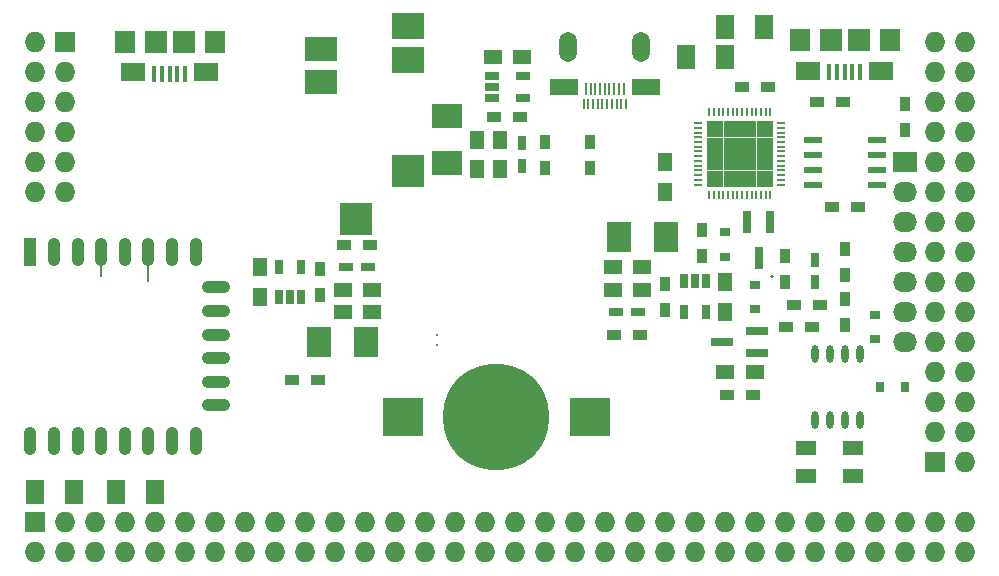
<source format=gbr>
G04 #@! TF.FileFunction,Copper,L4,Bot,Signal*
%FSLAX46Y46*%
G04 Gerber Fmt 4.6, Leading zero omitted, Abs format (unit mm)*
G04 Created by KiCad (PCBNEW 4.0.5+dfsg1-4) date Mon Mar 27 14:18:35 2017*
%MOMM*%
%LPD*%
G01*
G04 APERTURE LIST*
%ADD10C,0.100000*%
%ADD11R,3.500000X3.300000*%
%ADD12C,9.000000*%
%ADD13R,1.524000X2.032000*%
%ADD14R,0.230000X0.850000*%
%ADD15R,0.230000X1.000000*%
%ADD16R,2.400000X1.380000*%
%ADD17O,1.500000X2.550000*%
%ADD18R,1.727200X1.727200*%
%ADD19O,1.727200X1.727200*%
%ADD20R,2.500000X2.000000*%
%ADD21R,1.200000X0.700000*%
%ADD22R,2.000000X2.500000*%
%ADD23R,0.700000X1.200000*%
%ADD24R,2.032000X1.727200*%
%ADD25O,2.032000X1.727200*%
%ADD26R,1.250000X1.500000*%
%ADD27R,1.500000X1.250000*%
%ADD28O,0.609600X1.473200*%
%ADD29O,2.400000X1.100000*%
%ADD30R,1.100000X2.400000*%
%ADD31O,1.100000X2.400000*%
%ADD32R,0.900000X0.800000*%
%ADD33R,0.800000X0.900000*%
%ADD34R,2.100000X1.600000*%
%ADD35R,1.900000X1.900000*%
%ADD36R,0.400000X1.350000*%
%ADD37R,1.800000X1.900000*%
%ADD38R,2.800000X2.200000*%
%ADD39R,2.800000X2.800000*%
%ADD40R,2.800000X2.000000*%
%ADD41R,1.800000X1.200000*%
%ADD42R,0.200000X0.800000*%
%ADD43R,0.800000X0.200000*%
%ADD44R,1.400000X1.400000*%
%ADD45R,1.900000X0.800000*%
%ADD46R,0.800000X1.900000*%
%ADD47R,1.550000X0.600000*%
%ADD48R,0.750000X1.200000*%
%ADD49R,1.200000X0.750000*%
%ADD50R,0.900000X1.200000*%
%ADD51R,1.200000X0.900000*%
%ADD52C,0.330000*%
%ADD53C,0.250000*%
%ADD54C,0.200000*%
G04 APERTURE END LIST*
D10*
D11*
X127830000Y-95710000D03*
X143630000Y-95710000D03*
D12*
X135730000Y-95710000D03*
D13*
X103498000Y-102060000D03*
X106800000Y-102060000D03*
X99942000Y-102060000D03*
X96640000Y-102060000D03*
D14*
X146700000Y-69165000D03*
X146300000Y-69165000D03*
X145900000Y-69165000D03*
X145500000Y-69165000D03*
X145100000Y-69165000D03*
X144700000Y-69165000D03*
X144300000Y-69165000D03*
X143900000Y-69165000D03*
X143500000Y-69165000D03*
X143100000Y-69165000D03*
D15*
X146500000Y-67940000D03*
X146100000Y-67940000D03*
X145700000Y-67940000D03*
X145300000Y-67940000D03*
X144900000Y-67940000D03*
X144500000Y-67940000D03*
X144100000Y-67940000D03*
X143700000Y-67940000D03*
X143300000Y-67940000D03*
D16*
X148350000Y-67750000D03*
X141450000Y-67750000D03*
D17*
X141800000Y-64390000D03*
X148000000Y-64390000D03*
D18*
X96640000Y-104600000D03*
D19*
X96640000Y-107140000D03*
X99180000Y-104600000D03*
X99180000Y-107140000D03*
X101720000Y-104600000D03*
X101720000Y-107140000D03*
X104260000Y-104600000D03*
X104260000Y-107140000D03*
X106800000Y-104600000D03*
X106800000Y-107140000D03*
X109340000Y-104600000D03*
X109340000Y-107140000D03*
X111880000Y-104600000D03*
X111880000Y-107140000D03*
X114420000Y-104600000D03*
X114420000Y-107140000D03*
X116960000Y-104600000D03*
X116960000Y-107140000D03*
X119500000Y-104600000D03*
X119500000Y-107140000D03*
X122040000Y-104600000D03*
X122040000Y-107140000D03*
X124580000Y-104600000D03*
X124580000Y-107140000D03*
X127120000Y-104600000D03*
X127120000Y-107140000D03*
X129660000Y-104600000D03*
X129660000Y-107140000D03*
X132200000Y-104600000D03*
X132200000Y-107140000D03*
X134740000Y-104600000D03*
X134740000Y-107140000D03*
X137280000Y-104600000D03*
X137280000Y-107140000D03*
X139820000Y-104600000D03*
X139820000Y-107140000D03*
X142360000Y-104600000D03*
X142360000Y-107140000D03*
X144900000Y-104600000D03*
X144900000Y-107140000D03*
X147440000Y-104600000D03*
X147440000Y-107140000D03*
X149980000Y-104600000D03*
X149980000Y-107140000D03*
X152520000Y-104600000D03*
X152520000Y-107140000D03*
X155060000Y-104600000D03*
X155060000Y-107140000D03*
X157600000Y-104600000D03*
X157600000Y-107140000D03*
X160140000Y-104600000D03*
X160140000Y-107140000D03*
X162680000Y-104600000D03*
X162680000Y-107140000D03*
X165220000Y-104600000D03*
X165220000Y-107140000D03*
X167760000Y-104600000D03*
X167760000Y-107140000D03*
X170300000Y-104600000D03*
X170300000Y-107140000D03*
X172840000Y-104600000D03*
X172840000Y-107140000D03*
X175380000Y-104600000D03*
X175380000Y-107140000D03*
D18*
X172840000Y-99520000D03*
D19*
X175380000Y-99520000D03*
X172840000Y-96980000D03*
X175380000Y-96980000D03*
X172840000Y-94440000D03*
X175380000Y-94440000D03*
X172840000Y-91900000D03*
X175380000Y-91900000D03*
X172840000Y-89360000D03*
X175380000Y-89360000D03*
X172840000Y-86820000D03*
X175380000Y-86820000D03*
X172840000Y-84280000D03*
X175380000Y-84280000D03*
X172840000Y-81740000D03*
X175380000Y-81740000D03*
X172840000Y-79200000D03*
X175380000Y-79200000D03*
X172840000Y-76660000D03*
X175380000Y-76660000D03*
X172840000Y-74120000D03*
X175380000Y-74120000D03*
X172840000Y-71580000D03*
X175380000Y-71580000D03*
X172840000Y-69040000D03*
X175380000Y-69040000D03*
X172840000Y-66500000D03*
X175380000Y-66500000D03*
X172840000Y-63960000D03*
X175380000Y-63960000D03*
D18*
X99180000Y-63960000D03*
D19*
X96640000Y-63960000D03*
X99180000Y-66500000D03*
X96640000Y-66500000D03*
X99180000Y-69040000D03*
X96640000Y-69040000D03*
X99180000Y-71580000D03*
X96640000Y-71580000D03*
X99180000Y-74120000D03*
X96640000Y-74120000D03*
X99180000Y-76660000D03*
X96640000Y-76660000D03*
D20*
X131565000Y-70215000D03*
X131565000Y-74215000D03*
D21*
X135375000Y-68720000D03*
X135375000Y-67770000D03*
X135375000Y-66820000D03*
X137975000Y-66820000D03*
X137975000Y-68720000D03*
D22*
X150075000Y-80470000D03*
X146075000Y-80470000D03*
D23*
X151570000Y-84220000D03*
X152520000Y-84220000D03*
X153470000Y-84220000D03*
X153470000Y-86820000D03*
X151570000Y-86820000D03*
D24*
X170300000Y-74120000D03*
D25*
X170300000Y-76660000D03*
X170300000Y-79200000D03*
X170300000Y-81740000D03*
X170300000Y-84280000D03*
X170300000Y-86820000D03*
X170300000Y-89360000D03*
D22*
X120675000Y-89360000D03*
X124675000Y-89360000D03*
D23*
X119180000Y-85580000D03*
X118230000Y-85580000D03*
X117280000Y-85580000D03*
X117280000Y-82980000D03*
X119180000Y-82980000D03*
D26*
X115690000Y-83030000D03*
X115690000Y-85530000D03*
X134105000Y-74735000D03*
X134105000Y-72235000D03*
X136010000Y-74735000D03*
X136010000Y-72235000D03*
D27*
X137895000Y-65230000D03*
X135395000Y-65230000D03*
X145555000Y-84915000D03*
X148055000Y-84915000D03*
X145555000Y-83010000D03*
X148055000Y-83010000D03*
D26*
X155060000Y-86800000D03*
X155060000Y-84300000D03*
D27*
X125195000Y-84915000D03*
X122695000Y-84915000D03*
X125195000Y-86820000D03*
X122695000Y-86820000D03*
D13*
X155060000Y-62690000D03*
X158362000Y-62690000D03*
X151758000Y-65230000D03*
X155060000Y-65230000D03*
D28*
X166490000Y-95964000D03*
X165220000Y-95964000D03*
X163950000Y-95964000D03*
X162680000Y-95964000D03*
X162680000Y-90376000D03*
X163950000Y-90376000D03*
X165220000Y-90376000D03*
X166490000Y-90376000D03*
D29*
X112010000Y-84730000D03*
X112010000Y-86730000D03*
X112010000Y-88730000D03*
X112010000Y-90730000D03*
X112010000Y-92730000D03*
X112010000Y-94730000D03*
D30*
X96260000Y-81740000D03*
D31*
X98260000Y-81740000D03*
X100260000Y-81740000D03*
X102260000Y-81740000D03*
X104260000Y-81740000D03*
X106260000Y-81740000D03*
X108260000Y-81740000D03*
X110260000Y-81740000D03*
X110260000Y-97740000D03*
X108260000Y-97740000D03*
X106260000Y-97740000D03*
X104260000Y-97740000D03*
X102260000Y-97740000D03*
X100260000Y-97740000D03*
X98260000Y-97740000D03*
X96260000Y-97740000D03*
D27*
X157580000Y-91900000D03*
X155080000Y-91900000D03*
D32*
X157600000Y-84500000D03*
X157600000Y-86600000D03*
D33*
X168200000Y-93170000D03*
X170300000Y-93170000D03*
D32*
X155060000Y-80055000D03*
X155060000Y-82155000D03*
X167760000Y-89140000D03*
X167760000Y-87040000D03*
D34*
X162120000Y-66375000D03*
X168320000Y-66375000D03*
D35*
X164020000Y-63825000D03*
X166420000Y-63825000D03*
D36*
X163920000Y-66500000D03*
X164570000Y-66500000D03*
X165220000Y-66500000D03*
X165870000Y-66500000D03*
X166520000Y-66500000D03*
D37*
X161420000Y-63825000D03*
X169020000Y-63825000D03*
D34*
X104970000Y-66510000D03*
X111170000Y-66510000D03*
D35*
X106870000Y-63960000D03*
X109270000Y-63960000D03*
D36*
X106770000Y-66635000D03*
X107420000Y-66635000D03*
X108070000Y-66635000D03*
X108720000Y-66635000D03*
X109370000Y-66635000D03*
D37*
X104270000Y-63960000D03*
X111870000Y-63960000D03*
D38*
X128280000Y-62640000D03*
X128280000Y-65440000D03*
D39*
X128280000Y-74840000D03*
X123830000Y-78940000D03*
D40*
X120880000Y-67340000D03*
X120880000Y-64540000D03*
D41*
X165950000Y-98320000D03*
X161950000Y-98320000D03*
X161950000Y-100720000D03*
X165950000Y-100720000D03*
D26*
X149980000Y-74140000D03*
X149980000Y-76640000D03*
D42*
X158930000Y-76920000D03*
X158530000Y-76920000D03*
X158130000Y-76920000D03*
X157730000Y-76920000D03*
X157330000Y-76920000D03*
X156930000Y-76920000D03*
X156530000Y-76920000D03*
X156130000Y-76920000D03*
X155730000Y-76920000D03*
X155330000Y-76920000D03*
X154930000Y-76920000D03*
X154530000Y-76920000D03*
D43*
X152830000Y-76020000D03*
X152830000Y-75620000D03*
X152830000Y-75220000D03*
X152830000Y-74820000D03*
X152830000Y-74420000D03*
X152830000Y-74020000D03*
X152830000Y-73620000D03*
X152830000Y-73220000D03*
X152830000Y-72820000D03*
X152830000Y-72420000D03*
D44*
X158430000Y-75520000D03*
D42*
X154130000Y-76920000D03*
X153730000Y-76920000D03*
D43*
X152830000Y-72020000D03*
X152830000Y-71620000D03*
X152830000Y-71220000D03*
X152830000Y-70820000D03*
D42*
X158930000Y-69920000D03*
X158530000Y-69920000D03*
X157730000Y-69920000D03*
X157330000Y-69920000D03*
X158130000Y-69920000D03*
X156130000Y-69920000D03*
X155730000Y-69920000D03*
X155330000Y-69920000D03*
X156530000Y-69920000D03*
X156930000Y-69920000D03*
X154130000Y-69920000D03*
X154530000Y-69920000D03*
X154930000Y-69920000D03*
X153730000Y-69920000D03*
D43*
X159830000Y-75620000D03*
X159830000Y-76020000D03*
X159830000Y-74020000D03*
X159830000Y-73220000D03*
X159830000Y-74420000D03*
X159830000Y-74820000D03*
X159830000Y-73620000D03*
X159830000Y-75220000D03*
X159830000Y-71620000D03*
X159830000Y-72420000D03*
X159830000Y-72020000D03*
X159830000Y-71220000D03*
X159830000Y-70820000D03*
X159830000Y-72820000D03*
D44*
X158430000Y-74120000D03*
X158430000Y-72720000D03*
X158430000Y-71320000D03*
X157030000Y-71320000D03*
X157030000Y-72720000D03*
X157030000Y-75520000D03*
X157030000Y-74120000D03*
X155630000Y-71320000D03*
X155630000Y-72720000D03*
X155630000Y-75520000D03*
X155630000Y-74120000D03*
X154230000Y-71320000D03*
X154230000Y-72720000D03*
X154230000Y-75520000D03*
X154230000Y-74120000D03*
D45*
X157830000Y-88410000D03*
X157830000Y-90310000D03*
X154830000Y-89360000D03*
D46*
X156970000Y-79200000D03*
X158870000Y-79200000D03*
X157920000Y-82200000D03*
D47*
X162520000Y-76025000D03*
X162520000Y-74755000D03*
X162520000Y-73485000D03*
X162520000Y-72215000D03*
X167920000Y-72215000D03*
X167920000Y-73485000D03*
X167920000Y-74755000D03*
X167920000Y-76025000D03*
D48*
X137915000Y-74435000D03*
X137915000Y-72535000D03*
D49*
X145855000Y-86820000D03*
X147755000Y-86820000D03*
X124895000Y-83010000D03*
X122995000Y-83010000D03*
D48*
X162680000Y-82380000D03*
X162680000Y-84280000D03*
D50*
X143630000Y-72385000D03*
X143630000Y-74585000D03*
X165220000Y-87920000D03*
X165220000Y-85720000D03*
D51*
X157430000Y-93805000D03*
X155230000Y-93805000D03*
X163145000Y-86185000D03*
X160945000Y-86185000D03*
D50*
X165220000Y-81445000D03*
X165220000Y-83645000D03*
D51*
X160230000Y-88090000D03*
X162430000Y-88090000D03*
X120600000Y-92535000D03*
X118400000Y-92535000D03*
D50*
X160140000Y-84280000D03*
X160140000Y-82080000D03*
X170300000Y-71410000D03*
X170300000Y-69210000D03*
D51*
X166320000Y-77930000D03*
X164120000Y-77930000D03*
X156500000Y-67770000D03*
X158700000Y-67770000D03*
X165050000Y-69040000D03*
X162850000Y-69040000D03*
D50*
X153155000Y-82035000D03*
X153155000Y-79835000D03*
X139820000Y-74585000D03*
X139820000Y-72385000D03*
D51*
X125045000Y-81105000D03*
X122845000Y-81105000D03*
X145705000Y-88725000D03*
X147905000Y-88725000D03*
X135545000Y-70310000D03*
X137745000Y-70310000D03*
D50*
X120770000Y-85380000D03*
X120770000Y-83180000D03*
X149980000Y-84450000D03*
X149980000Y-86650000D03*
D52*
X102260000Y-83780000D03*
X130680000Y-88800000D03*
X106260000Y-84180000D03*
X130680000Y-89600000D03*
D53*
X159050000Y-83772000D02*
X158950000Y-83772000D01*
D54*
X102260000Y-81740000D02*
X102260000Y-83780000D01*
X106260000Y-81740000D02*
X106260000Y-84180000D01*
M02*

</source>
